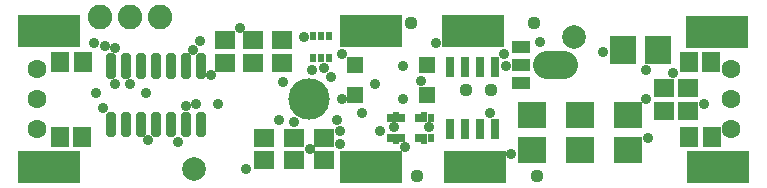
<source format=gbr>
G04 EAGLE Gerber RS-274X export*
G75*
%MOMM*%
%FSLAX34Y34*%
%LPD*%
%INSoldermask Top*%
%IPPOS*%
%AMOC8*
5,1,8,0,0,1.08239X$1,22.5*%
G01*
%ADD10C,2.003200*%
%ADD11C,3.503200*%
%ADD12R,1.503200X1.703200*%
%ADD13R,5.283200X2.743200*%
%ADD14C,1.603200*%
%ADD15R,0.623200X0.803200*%
%ADD16C,2.403200*%
%ADD17R,1.575000X1.050000*%
%ADD18R,1.403200X1.403200*%
%ADD19R,1.703200X1.503200*%
%ADD20R,0.803200X1.803200*%
%ADD21R,2.403200X2.203200*%
%ADD22R,2.203200X2.403200*%
%ADD23C,0.499716*%
%ADD24C,2.082800*%
%ADD25R,0.578200X0.703200*%
%ADD26R,0.503200X0.853200*%
%ADD27C,1.109600*%
%ADD28C,0.909600*%


D10*
X150000Y14000D03*
X472000Y125000D03*
D11*
X248000Y72500D03*
D12*
X569720Y41030D03*
X588720Y41030D03*
X569290Y104110D03*
X588290Y104110D03*
X37010Y104340D03*
X56010Y104340D03*
X36554Y40930D03*
X55554Y40930D03*
D13*
X28000Y130000D03*
X28000Y15500D03*
X593500Y129500D03*
X594000Y15500D03*
X386500Y130000D03*
X388540Y15000D03*
X300000Y130000D03*
X300000Y15000D03*
D14*
X605000Y97940D03*
X605000Y72540D03*
X605000Y47140D03*
X17360Y47700D03*
X17360Y73100D03*
X17360Y98500D03*
D15*
X251310Y126340D03*
X257810Y126340D03*
X264310Y126340D03*
X264310Y107340D03*
X257810Y107340D03*
X251310Y107340D03*
D16*
X448940Y101600D02*
X463940Y101600D01*
D17*
X427165Y116600D03*
X427165Y86600D03*
X427165Y101600D03*
D18*
X348000Y101900D03*
X348000Y75900D03*
X287000Y75900D03*
X287000Y101900D03*
D19*
X568960Y81890D03*
X568960Y62890D03*
X548640Y62890D03*
X548640Y81890D03*
X200660Y103530D03*
X200660Y122530D03*
X176530Y122530D03*
X176530Y103530D03*
X224790Y103530D03*
X224790Y122530D03*
D20*
X367030Y47660D03*
X379730Y47660D03*
X392430Y47660D03*
X405130Y47660D03*
X405130Y99660D03*
X392430Y99660D03*
X379730Y99660D03*
X367030Y99660D03*
D21*
X436880Y29450D03*
X436880Y59450D03*
X477520Y29450D03*
X477520Y59450D03*
X518160Y29450D03*
X518160Y59450D03*
D22*
X513320Y114300D03*
X543320Y114300D03*
D23*
X81478Y59668D02*
X81478Y43132D01*
X78542Y43132D01*
X78542Y59668D01*
X81478Y59668D01*
X81478Y47879D02*
X78542Y47879D01*
X78542Y52626D02*
X81478Y52626D01*
X81478Y57373D02*
X78542Y57373D01*
X94178Y59668D02*
X94178Y43132D01*
X91242Y43132D01*
X91242Y59668D01*
X94178Y59668D01*
X94178Y47879D02*
X91242Y47879D01*
X91242Y52626D02*
X94178Y52626D01*
X94178Y57373D02*
X91242Y57373D01*
X106878Y59668D02*
X106878Y43132D01*
X103942Y43132D01*
X103942Y59668D01*
X106878Y59668D01*
X106878Y47879D02*
X103942Y47879D01*
X103942Y52626D02*
X106878Y52626D01*
X106878Y57373D02*
X103942Y57373D01*
X119578Y59668D02*
X119578Y43132D01*
X116642Y43132D01*
X116642Y59668D01*
X119578Y59668D01*
X119578Y47879D02*
X116642Y47879D01*
X116642Y52626D02*
X119578Y52626D01*
X119578Y57373D02*
X116642Y57373D01*
X132278Y59668D02*
X132278Y43132D01*
X129342Y43132D01*
X129342Y59668D01*
X132278Y59668D01*
X132278Y47879D02*
X129342Y47879D01*
X129342Y52626D02*
X132278Y52626D01*
X132278Y57373D02*
X129342Y57373D01*
X144978Y59668D02*
X144978Y43132D01*
X142042Y43132D01*
X142042Y59668D01*
X144978Y59668D01*
X144978Y47879D02*
X142042Y47879D01*
X142042Y52626D02*
X144978Y52626D01*
X144978Y57373D02*
X142042Y57373D01*
X157678Y59668D02*
X157678Y43132D01*
X154742Y43132D01*
X154742Y59668D01*
X157678Y59668D01*
X157678Y47879D02*
X154742Y47879D01*
X154742Y52626D02*
X157678Y52626D01*
X157678Y57373D02*
X154742Y57373D01*
X157678Y92732D02*
X157678Y109268D01*
X157678Y92732D02*
X154742Y92732D01*
X154742Y109268D01*
X157678Y109268D01*
X157678Y97479D02*
X154742Y97479D01*
X154742Y102226D02*
X157678Y102226D01*
X157678Y106973D02*
X154742Y106973D01*
X144978Y109268D02*
X144978Y92732D01*
X142042Y92732D01*
X142042Y109268D01*
X144978Y109268D01*
X144978Y97479D02*
X142042Y97479D01*
X142042Y102226D02*
X144978Y102226D01*
X144978Y106973D02*
X142042Y106973D01*
X132278Y109268D02*
X132278Y92732D01*
X129342Y92732D01*
X129342Y109268D01*
X132278Y109268D01*
X132278Y97479D02*
X129342Y97479D01*
X129342Y102226D02*
X132278Y102226D01*
X132278Y106973D02*
X129342Y106973D01*
X119578Y109268D02*
X119578Y92732D01*
X116642Y92732D01*
X116642Y109268D01*
X119578Y109268D01*
X119578Y97479D02*
X116642Y97479D01*
X116642Y102226D02*
X119578Y102226D01*
X119578Y106973D02*
X116642Y106973D01*
X106878Y109268D02*
X106878Y92732D01*
X103942Y92732D01*
X103942Y109268D01*
X106878Y109268D01*
X106878Y97479D02*
X103942Y97479D01*
X103942Y102226D02*
X106878Y102226D01*
X106878Y106973D02*
X103942Y106973D01*
X94178Y109268D02*
X94178Y92732D01*
X91242Y92732D01*
X91242Y109268D01*
X94178Y109268D01*
X94178Y97479D02*
X91242Y97479D01*
X91242Y102226D02*
X94178Y102226D01*
X94178Y106973D02*
X91242Y106973D01*
X81478Y109268D02*
X81478Y92732D01*
X78542Y92732D01*
X78542Y109268D01*
X81478Y109268D01*
X81478Y97479D02*
X78542Y97479D01*
X78542Y102226D02*
X81478Y102226D01*
X81478Y106973D02*
X78542Y106973D01*
D24*
X121920Y142240D03*
X96520Y142240D03*
X71120Y142240D03*
D25*
X315935Y39760D03*
X326685Y39760D03*
D26*
X321310Y39010D03*
D25*
X326685Y56760D03*
X315935Y56760D03*
D26*
X321310Y57510D03*
D25*
X340065Y39760D03*
X350815Y39760D03*
D26*
X345440Y39010D03*
D25*
X350815Y56760D03*
X340065Y56760D03*
D26*
X345440Y57510D03*
D19*
X260350Y20980D03*
X260350Y39980D03*
X209550Y20980D03*
X209550Y39980D03*
X234950Y20980D03*
X234950Y39980D03*
D27*
X440690Y7620D03*
X339090Y7620D03*
D28*
X327660Y73152D03*
X275844Y73152D03*
X149352Y114300D03*
X67056Y77724D03*
D27*
X438150Y137160D03*
X334010Y137160D03*
D28*
X243840Y124968D03*
X556260Y94488D03*
X266700Y91440D03*
X260604Y99060D03*
X73152Y65532D03*
X534924Y39624D03*
X533400Y97536D03*
X413004Y111252D03*
X582168Y68580D03*
X419100Y25908D03*
X249936Y97536D03*
X111252Y38100D03*
D27*
X401955Y80645D03*
X380365Y80645D03*
D28*
X83820Y115824D03*
X155448Y121920D03*
X327660Y100584D03*
X275844Y111252D03*
X74676Y117348D03*
X442976Y120904D03*
X496824Y112776D03*
X307848Y45720D03*
X274320Y45720D03*
X225552Y86868D03*
X355092Y120396D03*
X303276Y85344D03*
X137160Y36576D03*
X342900Y88392D03*
X164592Y92964D03*
X96012Y85344D03*
X533400Y73152D03*
X400812Y60960D03*
X234696Y53340D03*
X222504Y54864D03*
X143256Y67056D03*
X414528Y100584D03*
X83820Y85344D03*
X152400Y68580D03*
X170688Y68580D03*
X188976Y132588D03*
X109728Y77724D03*
X65532Y120396D03*
X348996Y48768D03*
X271272Y54864D03*
X329184Y32004D03*
X194056Y13970D03*
X320040Y48768D03*
X274320Y35052D03*
X292608Y60960D03*
X248412Y30480D03*
M02*

</source>
